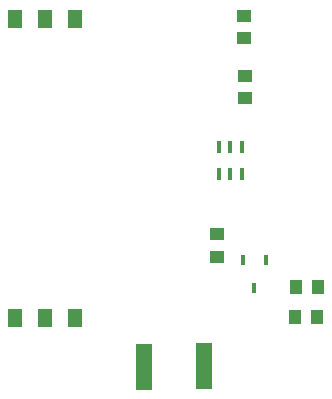
<source format=gbr>
G04 DipTrace 3.0.0.1*
G04 BottomPaste.gbr*
%MOIN*%
G04 #@! TF.FileFunction,Paste,Bot*
G04 #@! TF.Part,Single*
%ADD68R,0.015748X0.03937*%
%ADD70R,0.047244X0.062992*%
%ADD76R,0.017717X0.033465*%
%ADD88R,0.051181X0.043307*%
%ADD90R,0.043307X0.051181*%
%ADD102R,0.051969X0.151969*%
%FSLAX26Y26*%
G04*
G70*
G90*
G75*
G01*
G04 BotPaste*
%LPD*%
D102*
X1533071Y491339D3*
X1332677Y489370D3*
D88*
X1666142Y1585039D3*
Y1659843D3*
X1576378Y930709D3*
Y855906D3*
D76*
X1663701Y843701D3*
X1738504D3*
X1701102Y753150D3*
D88*
X1668701Y1383898D3*
Y1458701D3*
D90*
X1913701Y753701D3*
X1838898D3*
X1911299Y656299D3*
X1836496D3*
D70*
X903150Y1646850D3*
X1003150D3*
X1103150D3*
Y650787D3*
X1003150D3*
X903150D3*
D68*
X1583858Y1222835D3*
X1621260D3*
X1658661D3*
Y1132283D3*
X1621260D3*
X1583858D3*
M02*

</source>
